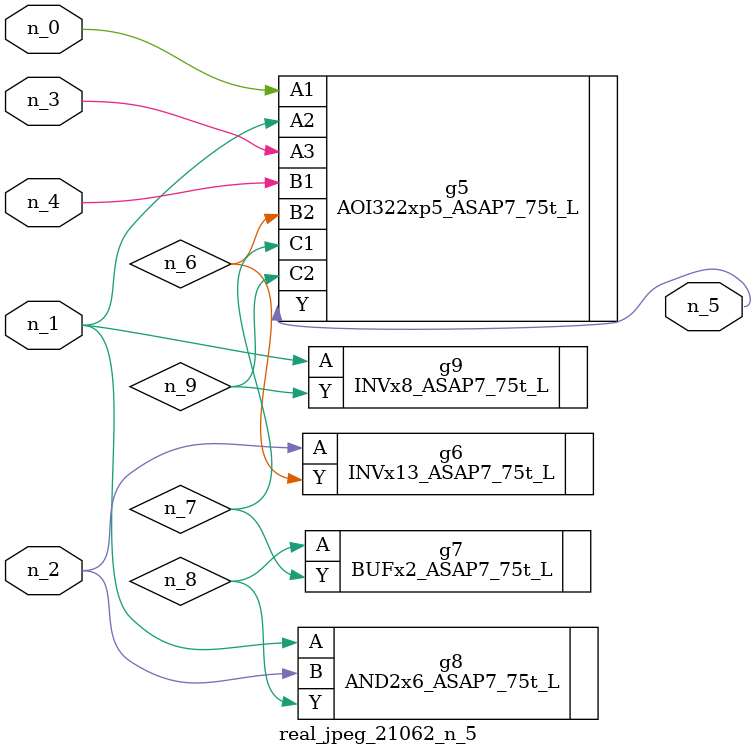
<source format=v>
module real_jpeg_21062_n_5 (n_4, n_0, n_1, n_2, n_3, n_5);

input n_4;
input n_0;
input n_1;
input n_2;
input n_3;

output n_5;

wire n_8;
wire n_6;
wire n_7;
wire n_9;

AOI322xp5_ASAP7_75t_L g5 ( 
.A1(n_0),
.A2(n_1),
.A3(n_3),
.B1(n_4),
.B2(n_6),
.C1(n_7),
.C2(n_9),
.Y(n_5)
);

AND2x6_ASAP7_75t_L g8 ( 
.A(n_1),
.B(n_2),
.Y(n_8)
);

INVx8_ASAP7_75t_L g9 ( 
.A(n_1),
.Y(n_9)
);

INVx13_ASAP7_75t_L g6 ( 
.A(n_2),
.Y(n_6)
);

BUFx2_ASAP7_75t_L g7 ( 
.A(n_8),
.Y(n_7)
);


endmodule
</source>
